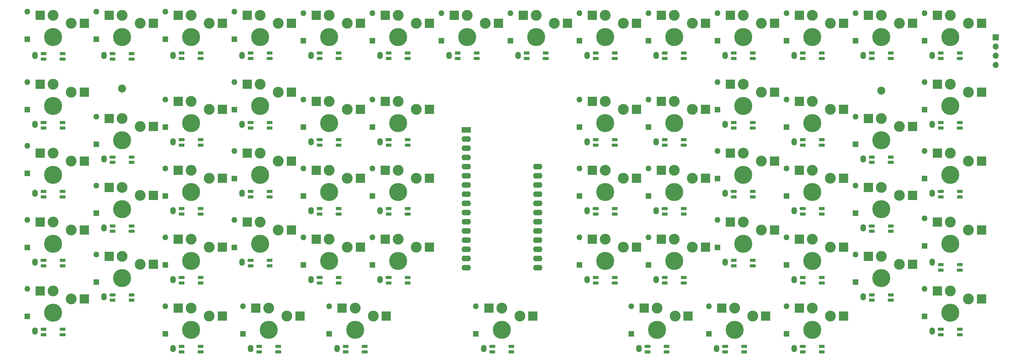
<source format=gbr>
%TF.GenerationSoftware,KiCad,Pcbnew,8.0.3*%
%TF.CreationDate,2024-11-08T10:21:23-08:00*%
%TF.ProjectId,return,72657475-726e-42e6-9b69-6361645f7063,rev?*%
%TF.SameCoordinates,Original*%
%TF.FileFunction,Soldermask,Bot*%
%TF.FilePolarity,Negative*%
%FSLAX46Y46*%
G04 Gerber Fmt 4.6, Leading zero omitted, Abs format (unit mm)*
G04 Created by KiCad (PCBNEW 8.0.3) date 2024-11-08 10:21:23*
%MOMM*%
%LPD*%
G01*
G04 APERTURE LIST*
G04 Aperture macros list*
%AMRoundRect*
0 Rectangle with rounded corners*
0 $1 Rounding radius*
0 $2 $3 $4 $5 $6 $7 $8 $9 X,Y pos of 4 corners*
0 Add a 4 corners polygon primitive as box body*
4,1,4,$2,$3,$4,$5,$6,$7,$8,$9,$2,$3,0*
0 Add four circle primitives for the rounded corners*
1,1,$1+$1,$2,$3*
1,1,$1+$1,$4,$5*
1,1,$1+$1,$6,$7*
1,1,$1+$1,$8,$9*
0 Add four rect primitives between the rounded corners*
20,1,$1+$1,$2,$3,$4,$5,0*
20,1,$1+$1,$4,$5,$6,$7,0*
20,1,$1+$1,$6,$7,$8,$9,0*
20,1,$1+$1,$8,$9,$2,$3,0*%
G04 Aperture macros list end*
%ADD10C,2.200000*%
%ADD11R,1.650000X0.820000*%
%ADD12RoundRect,0.205000X-0.620000X-0.205000X0.620000X-0.205000X0.620000X0.205000X-0.620000X0.205000X0*%
%ADD13RoundRect,0.205000X0.620000X0.205000X-0.620000X0.205000X-0.620000X-0.205000X0.620000X-0.205000X0*%
%ADD14R,1.700000X1.700000*%
%ADD15O,1.700000X1.700000*%
%ADD16RoundRect,0.250000X-1.050000X-0.550000X1.050000X-0.550000X1.050000X0.550000X-1.050000X0.550000X0*%
%ADD17O,2.600000X1.600000*%
%ADD18R,1.600000X1.600000*%
%ADD19O,1.600000X1.600000*%
%ADD20C,3.000000*%
%ADD21C,5.000000*%
%ADD22O,1.500000X2.000000*%
%ADD23RoundRect,0.200000X-1.100000X-1.100000X1.100000X-1.100000X1.100000X1.100000X-1.100000X1.100000X0*%
G04 APERTURE END LIST*
D10*
%TO.C,REF\u002A\u002A*%
X238130000Y-24408325D03*
%TD*%
%TO.C,REF\u002A\u002A*%
X28575600Y-23813000D03*
%TD*%
D11*
%TO.C,LED59*%
X240755000Y-61759125D03*
D12*
X235505000Y-61759125D03*
D11*
X235505000Y-63259125D03*
X240755000Y-63259125D03*
%TD*%
%TO.C,LED0*%
X254555400Y-15478450D03*
D13*
X259805400Y-15478450D03*
D11*
X259805400Y-13978450D03*
X254555400Y-13978450D03*
%TD*%
%TO.C,LED34*%
X107402200Y-76046925D03*
D12*
X102152200Y-76046925D03*
D11*
X102152200Y-77546925D03*
X107402200Y-77546925D03*
%TD*%
%TO.C,LED63*%
X235505000Y-44208725D03*
D13*
X240755000Y-44208725D03*
D11*
X240755000Y-42708725D03*
X235505000Y-42708725D03*
%TD*%
%TO.C,LED39*%
X45001000Y-96597325D03*
D13*
X50251000Y-96597325D03*
D11*
X50251000Y-95097325D03*
X45001000Y-95097325D03*
%TD*%
%TO.C,LED31*%
X50251000Y-76046925D03*
D12*
X45001000Y-76046925D03*
D11*
X45001000Y-77546925D03*
X50251000Y-77546925D03*
%TD*%
%TO.C,LED30*%
X31200600Y-80809525D03*
D12*
X25950600Y-80809525D03*
D11*
X25950600Y-82309525D03*
X31200600Y-82309525D03*
%TD*%
%TO.C,LED20*%
X107402200Y-37946125D03*
D12*
X102152200Y-37946125D03*
D11*
X102152200Y-39446125D03*
X107402200Y-39446125D03*
%TD*%
%TO.C,LED40*%
X6900200Y-91834725D03*
D13*
X12150200Y-91834725D03*
D11*
X12150200Y-90334725D03*
X6900200Y-90334725D03*
%TD*%
%TO.C,LED32*%
X69301400Y-71284325D03*
D12*
X64051400Y-71284325D03*
D11*
X64051400Y-72784325D03*
X69301400Y-72784325D03*
%TD*%
%TO.C,LED48*%
X216454600Y-77546925D03*
D13*
X221704600Y-77546925D03*
D11*
X221704600Y-76046925D03*
X216454600Y-76046925D03*
%TD*%
%TO.C,LED45*%
X259805400Y-90334725D03*
D12*
X254555400Y-90334725D03*
D11*
X254555400Y-91834725D03*
X259805400Y-91834725D03*
%TD*%
%TO.C,LED37*%
X90245700Y-96597325D03*
D13*
X95495700Y-96597325D03*
D11*
X95495700Y-95097325D03*
X90245700Y-95097325D03*
%TD*%
%TO.C,LED67*%
X197404200Y-34683525D03*
D13*
X202654200Y-34683525D03*
D11*
X202654200Y-33183525D03*
X197404200Y-33183525D03*
%TD*%
%TO.C,LED43*%
X200272900Y-95097325D03*
D12*
X195022900Y-95097325D03*
D11*
X195022900Y-96597325D03*
X200272900Y-96597325D03*
%TD*%
%TO.C,LED13*%
X25950600Y-15633125D03*
D13*
X31200600Y-15633125D03*
D11*
X31200600Y-14133125D03*
X25950600Y-14133125D03*
%TD*%
%TO.C,LED11*%
X64051400Y-15478450D03*
D13*
X69301400Y-15478450D03*
D11*
X69301400Y-13978450D03*
X64051400Y-13978450D03*
%TD*%
%TO.C,LED61*%
X254555400Y-34683525D03*
D13*
X259805400Y-34683525D03*
D11*
X259805400Y-33183525D03*
X254555400Y-33183525D03*
%TD*%
%TO.C,LED4*%
X197404200Y-15478450D03*
D13*
X202654200Y-15478450D03*
D11*
X202654200Y-13978450D03*
X197404200Y-13978450D03*
%TD*%
%TO.C,LED23*%
X102152200Y-58496525D03*
D13*
X107402200Y-58496525D03*
D11*
X107402200Y-56996525D03*
X102152200Y-56996525D03*
%TD*%
%TO.C,LED29*%
X12150200Y-71284325D03*
D12*
X6900200Y-71284325D03*
D11*
X6900200Y-72784325D03*
X12150200Y-72784325D03*
%TD*%
%TO.C,LED17*%
X50251000Y-37946125D03*
D12*
X45001000Y-37946125D03*
D11*
X45001000Y-39446125D03*
X50251000Y-39446125D03*
%TD*%
%TO.C,LED53*%
X159303400Y-77546925D03*
D13*
X164553400Y-77546925D03*
D11*
X164553400Y-76046925D03*
X159303400Y-76046925D03*
%TD*%
%TO.C,LED51*%
X197404200Y-72784325D03*
D13*
X202654200Y-72784325D03*
D11*
X202654200Y-71284325D03*
X197404200Y-71284325D03*
%TD*%
%TO.C,LED7*%
X140253000Y-15478450D03*
D13*
X145503000Y-15478450D03*
D11*
X145503000Y-13978450D03*
X140253000Y-13978450D03*
%TD*%
%TO.C,LED19*%
X88351800Y-37946125D03*
D12*
X83101800Y-37946125D03*
D11*
X83101800Y-39446125D03*
X88351800Y-39446125D03*
%TD*%
%TO.C,LED26*%
X45001000Y-58496525D03*
D13*
X50251000Y-58496525D03*
D11*
X50251000Y-56996525D03*
X45001000Y-56996525D03*
%TD*%
D14*
%TO.C,J1*%
X269682225Y-9644425D03*
D15*
X269682225Y-12184425D03*
X269682225Y-14724425D03*
X269682225Y-17264425D03*
%TD*%
D11*
%TO.C,LED57*%
X221704600Y-56996525D03*
D12*
X216454600Y-56996525D03*
D11*
X216454600Y-58496525D03*
X221704600Y-58496525D03*
%TD*%
%TO.C,LED47*%
X235505000Y-82309525D03*
D13*
X240755000Y-82309525D03*
D11*
X240755000Y-80809525D03*
X235505000Y-80809525D03*
%TD*%
%TO.C,LED54*%
X164553400Y-56996525D03*
D12*
X159303400Y-56996525D03*
D11*
X159303400Y-58496525D03*
X164553400Y-58496525D03*
%TD*%
%TO.C,LED3*%
X216454600Y-15478450D03*
D13*
X221704600Y-15478450D03*
D11*
X221704600Y-13978450D03*
X216454600Y-13978450D03*
%TD*%
%TO.C,LED10*%
X83101800Y-15478450D03*
D13*
X88351800Y-15478450D03*
D11*
X88351800Y-13978450D03*
X83101800Y-13978450D03*
%TD*%
D16*
%TO.C,A1*%
X123532275Y-35243400D03*
D17*
X123532275Y-37783400D03*
X123532275Y-40323400D03*
X123532275Y-42863400D03*
X123532275Y-45403400D03*
X123532275Y-47943400D03*
X123532275Y-50483400D03*
X123532275Y-53023400D03*
X123532275Y-55563400D03*
X123532275Y-58103400D03*
X123532275Y-60643400D03*
X123532275Y-63183400D03*
X123532275Y-65723400D03*
X123532275Y-68263400D03*
X123532275Y-70803400D03*
X123532275Y-73343400D03*
X143252275Y-73343400D03*
X143252275Y-70803400D03*
X143252275Y-68263400D03*
X143252275Y-65723400D03*
X143252275Y-63183400D03*
X143252275Y-60643400D03*
X143252275Y-58103400D03*
X143252275Y-55563400D03*
X143252275Y-53023400D03*
X143252275Y-50483400D03*
X143252275Y-47943400D03*
X143252275Y-45403400D03*
%TD*%
D11*
%TO.C,LED66*%
X216454600Y-39446125D03*
D13*
X221704600Y-39446125D03*
D11*
X221704600Y-37946125D03*
X216454600Y-37946125D03*
%TD*%
%TO.C,LED70*%
X159303400Y-39446125D03*
D13*
X164553400Y-39446125D03*
D11*
X164553400Y-37946125D03*
X159303400Y-37946125D03*
%TD*%
%TO.C,LED46*%
X254555400Y-73974975D03*
D13*
X259805400Y-73974975D03*
D11*
X259805400Y-72474975D03*
X254555400Y-72474975D03*
%TD*%
%TO.C,LED9*%
X102152200Y-15478450D03*
D13*
X107402200Y-15478450D03*
D11*
X107402200Y-13978450D03*
X102152200Y-13978450D03*
%TD*%
%TO.C,LED2*%
X235505000Y-15478450D03*
D13*
X240755000Y-15478450D03*
D11*
X240755000Y-13978450D03*
X235505000Y-13978450D03*
%TD*%
%TO.C,LED27*%
X25950600Y-63259125D03*
D13*
X31200600Y-63259125D03*
D11*
X31200600Y-61759125D03*
X25950600Y-61759125D03*
%TD*%
%TO.C,LED42*%
X178841200Y-95097325D03*
D12*
X173591200Y-95097325D03*
D11*
X173591200Y-96597325D03*
X178841200Y-96597325D03*
%TD*%
%TO.C,LED5*%
X178353800Y-15478450D03*
D13*
X183603800Y-15478450D03*
D11*
X183603800Y-13978450D03*
X178353800Y-13978450D03*
%TD*%
%TO.C,LED41*%
X135977800Y-95097325D03*
D12*
X130727800Y-95097325D03*
D11*
X130727800Y-96597325D03*
X135977800Y-96597325D03*
%TD*%
%TO.C,LED16*%
X31200600Y-42708725D03*
D12*
X25950600Y-42708725D03*
D11*
X25950600Y-44208725D03*
X31200600Y-44208725D03*
%TD*%
%TO.C,LED55*%
X183603800Y-56996525D03*
D12*
X178353800Y-56996525D03*
D11*
X178353800Y-58496525D03*
X183603800Y-58496525D03*
%TD*%
%TO.C,LED15*%
X12150200Y-33183525D03*
D12*
X6900200Y-33183525D03*
D11*
X6900200Y-34683525D03*
X12150200Y-34683525D03*
%TD*%
%TO.C,LED60*%
X259805400Y-52233925D03*
D12*
X254555400Y-52233925D03*
D11*
X254555400Y-53733925D03*
X259805400Y-53733925D03*
%TD*%
%TO.C,LED12*%
X45001000Y-15478450D03*
D13*
X50251000Y-15478450D03*
D11*
X50251000Y-13978450D03*
X45001000Y-13978450D03*
%TD*%
%TO.C,LED28*%
X6900200Y-53733925D03*
D13*
X12150200Y-53733925D03*
D11*
X12150200Y-52233925D03*
X6900200Y-52233925D03*
%TD*%
%TO.C,LED38*%
X66432700Y-96597325D03*
D13*
X71682700Y-96597325D03*
D11*
X71682700Y-95097325D03*
X66432700Y-95097325D03*
%TD*%
%TO.C,LED24*%
X83101800Y-58496525D03*
D13*
X88351800Y-58496525D03*
D11*
X88351800Y-56996525D03*
X83101800Y-56996525D03*
%TD*%
%TO.C,LED44*%
X221704600Y-95097325D03*
D12*
X216454600Y-95097325D03*
D11*
X216454600Y-96597325D03*
X221704600Y-96597325D03*
%TD*%
%TO.C,LED52*%
X178353800Y-77546925D03*
D13*
X183603800Y-77546925D03*
D11*
X183603800Y-76046925D03*
X178353800Y-76046925D03*
%TD*%
%TO.C,LED14*%
X6900200Y-15633125D03*
D13*
X12150200Y-15633125D03*
D11*
X12150200Y-14133125D03*
X6900200Y-14133125D03*
%TD*%
%TO.C,LED56*%
X202654200Y-52233925D03*
D12*
X197404200Y-52233925D03*
D11*
X197404200Y-53733925D03*
X202654200Y-53733925D03*
%TD*%
%TO.C,LED6*%
X159303400Y-15478450D03*
D13*
X164553400Y-15478450D03*
D11*
X164553400Y-13978450D03*
X159303400Y-13978450D03*
%TD*%
%TO.C,LED25*%
X64051400Y-53733925D03*
D13*
X69301400Y-53733925D03*
D11*
X69301400Y-52233925D03*
X64051400Y-52233925D03*
%TD*%
%TO.C,LED68*%
X178353800Y-39446125D03*
D13*
X183603800Y-39446125D03*
D11*
X183603800Y-37946125D03*
X178353800Y-37946125D03*
%TD*%
%TO.C,LED33*%
X88351800Y-76046925D03*
D12*
X83101800Y-76046925D03*
D11*
X83101800Y-77546925D03*
X88351800Y-77546925D03*
%TD*%
%TO.C,LED8*%
X121202600Y-15478450D03*
D13*
X126452600Y-15478450D03*
D11*
X126452600Y-13978450D03*
X121202600Y-13978450D03*
%TD*%
%TO.C,LED18*%
X69301400Y-33183525D03*
D12*
X64051400Y-33183525D03*
D11*
X64051400Y-34683525D03*
X69301400Y-34683525D03*
%TD*%
D18*
%TO.C,D13*%
X192881250Y-10597525D03*
D19*
X192881250Y-2977525D03*
%TD*%
D18*
%TO.C,D2*%
X21431250Y-10121275D03*
D19*
X21431250Y-2501275D03*
%TD*%
D20*
%TO.C,SW7*%
X90725000Y-5725000D03*
D21*
X85725000Y-9525000D03*
D20*
X85725000Y-3525000D03*
D22*
X80725000Y-14675000D03*
D23*
X94300000Y-5725000D03*
X82150000Y-3525000D03*
%TD*%
D20*
%TO.C,SW28*%
X52625000Y-29537500D03*
D21*
X47625000Y-33337500D03*
D20*
X47625000Y-27337500D03*
D22*
X42625000Y-38487500D03*
D23*
X56200000Y-29537500D03*
X44050000Y-27337500D03*
%TD*%
D20*
%TO.C,SW14*%
X224075000Y-5725000D03*
D21*
X219075000Y-9525000D03*
D20*
X219075000Y-3525000D03*
D22*
X214075000Y-14675000D03*
D23*
X227650000Y-5725000D03*
X215500000Y-3525000D03*
%TD*%
D20*
%TO.C,SW58*%
X138350000Y-86687500D03*
D21*
X133350000Y-90487500D03*
D20*
X133350000Y-84487500D03*
D22*
X128350000Y-95637500D03*
D23*
X141925000Y-86687500D03*
X129775000Y-84487500D03*
%TD*%
D20*
%TO.C,SW55*%
X52625000Y-86687500D03*
D21*
X47625000Y-90487500D03*
D20*
X47625000Y-84487500D03*
D22*
X42625000Y-95637500D03*
D23*
X56200000Y-86687500D03*
X44050000Y-84487500D03*
%TD*%
D20*
%TO.C,SW8*%
X109775000Y-5725000D03*
D21*
X104775000Y-9525000D03*
D20*
X104775000Y-3525000D03*
D22*
X99775000Y-14675000D03*
D23*
X113350000Y-5725000D03*
X101200000Y-3525000D03*
%TD*%
D18*
%TO.C,D17*%
X2381250Y-29647525D03*
D19*
X2381250Y-22027525D03*
%TD*%
D20*
%TO.C,SW51*%
X224075000Y-67637500D03*
D21*
X219075000Y-71437500D03*
D20*
X219075000Y-65437500D03*
D22*
X214075000Y-76587500D03*
D23*
X227650000Y-67637500D03*
X215500000Y-65437500D03*
%TD*%
D20*
%TO.C,SW61*%
X224075000Y-86687500D03*
D21*
X219075000Y-90487500D03*
D20*
X219075000Y-84487500D03*
D22*
X214075000Y-95637500D03*
D23*
X227650000Y-86687500D03*
X215500000Y-84487500D03*
%TD*%
D20*
%TO.C,SW27*%
X33575000Y-72400000D03*
D21*
X28575000Y-76200000D03*
D20*
X28575000Y-70200000D03*
D22*
X23575000Y-81350000D03*
D23*
X37150000Y-72400000D03*
X25000000Y-70200000D03*
%TD*%
D18*
%TO.C,D42*%
X154781250Y-72510025D03*
D19*
X154781250Y-64890025D03*
%TD*%
D18*
%TO.C,D53*%
X230981250Y-58222525D03*
D19*
X230981250Y-50602525D03*
%TD*%
D18*
%TO.C,D23*%
X250031250Y-67271275D03*
D19*
X250031250Y-59651275D03*
%TD*%
D18*
%TO.C,D44*%
X173831250Y-53460025D03*
D19*
X173831250Y-45840025D03*
%TD*%
D18*
%TO.C,D26*%
X21431250Y-58222525D03*
D19*
X21431250Y-50602525D03*
%TD*%
D18*
%TO.C,D45*%
X173831250Y-72510025D03*
D19*
X173831250Y-64890025D03*
%TD*%
D18*
%TO.C,D34*%
X78581250Y-34410025D03*
D19*
X78581250Y-26790025D03*
%TD*%
D18*
%TO.C,D24*%
X250031250Y-86797525D03*
D19*
X250031250Y-79177525D03*
%TD*%
D20*
%TO.C,SW19*%
X14525000Y-62875000D03*
D21*
X9525000Y-66675000D03*
D20*
X9525000Y-60675000D03*
D22*
X4525000Y-71825000D03*
D23*
X18100000Y-62875000D03*
X5950000Y-60675000D03*
%TD*%
D20*
%TO.C,SW24*%
X262175000Y-81925000D03*
D21*
X257175000Y-85725000D03*
D20*
X257175000Y-79725000D03*
D22*
X252175000Y-90875000D03*
D23*
X265750000Y-81925000D03*
X253600000Y-79725000D03*
%TD*%
D20*
%TO.C,SW60*%
X202647700Y-86689200D03*
D21*
X197647700Y-90489200D03*
D20*
X197647700Y-84489200D03*
D22*
X192647700Y-95639200D03*
D23*
X206222700Y-86689200D03*
X194072700Y-84489200D03*
%TD*%
D20*
%TO.C,SW3*%
X14525000Y-5725000D03*
D21*
X9525000Y-9525000D03*
D20*
X9525000Y-3525000D03*
D22*
X4525000Y-14675000D03*
D23*
X18100000Y-5725000D03*
X5950000Y-3525000D03*
%TD*%
D18*
%TO.C,D28*%
X40481250Y-34410025D03*
D19*
X40481250Y-26790025D03*
%TD*%
D18*
%TO.C,D39*%
X97631250Y-72510025D03*
D19*
X97631250Y-64890025D03*
%TD*%
D20*
%TO.C,SW22*%
X262175000Y-43825000D03*
D21*
X257175000Y-47625000D03*
D20*
X257175000Y-41625000D03*
D22*
X252175000Y-52775000D03*
D23*
X265750000Y-43825000D03*
X253600000Y-41625000D03*
%TD*%
D18*
%TO.C,D41*%
X154781250Y-53460025D03*
D19*
X154781250Y-45840025D03*
%TD*%
D20*
%TO.C,SW41*%
X166925000Y-48587500D03*
D21*
X161925000Y-52387500D03*
D20*
X161925000Y-46387500D03*
D22*
X156925000Y-57537500D03*
D23*
X170500000Y-48587500D03*
X158350000Y-46387500D03*
%TD*%
D20*
%TO.C,SW59*%
X181216200Y-86687500D03*
D21*
X176216200Y-90487500D03*
D20*
X176216200Y-84487500D03*
D22*
X171216200Y-95637500D03*
D23*
X184791200Y-86687500D03*
X172641200Y-84487500D03*
%TD*%
D20*
%TO.C,SW52*%
X243125000Y-34300000D03*
D21*
X238125000Y-38100000D03*
D20*
X238125000Y-32100000D03*
D22*
X233125000Y-43250000D03*
D23*
X246700000Y-34300000D03*
X234550000Y-32100000D03*
%TD*%
D18*
%TO.C,D56*%
X61912500Y-91560025D03*
D19*
X61912500Y-83940025D03*
%TD*%
D18*
%TO.C,D7*%
X78581250Y-10597525D03*
D19*
X78581250Y-2977525D03*
%TD*%
D20*
%TO.C,SW50*%
X224075000Y-48587500D03*
D21*
X219075000Y-52387500D03*
D20*
X219075000Y-46387500D03*
D22*
X214075000Y-57537500D03*
D23*
X227650000Y-48587500D03*
X215500000Y-46387500D03*
%TD*%
D18*
%TO.C,D6*%
X59531250Y-10121275D03*
D19*
X59531250Y-2501275D03*
%TD*%
D18*
%TO.C,D37*%
X97631250Y-34410025D03*
D19*
X97631250Y-26790025D03*
%TD*%
D18*
%TO.C,D14*%
X211931250Y-10597525D03*
D19*
X211931250Y-2977525D03*
%TD*%
D18*
%TO.C,D38*%
X97631250Y-53460025D03*
D19*
X97631250Y-45840025D03*
%TD*%
D18*
%TO.C,D25*%
X21431250Y-39172525D03*
D19*
X21431250Y-31552525D03*
%TD*%
D18*
%TO.C,D59*%
X169072450Y-91560025D03*
D19*
X169072450Y-83940025D03*
%TD*%
D18*
%TO.C,D57*%
X85725000Y-91560025D03*
D19*
X85725000Y-83940025D03*
%TD*%
D20*
%TO.C,SW15*%
X243125000Y-5725000D03*
D21*
X238125000Y-9525000D03*
D20*
X238125000Y-3525000D03*
D22*
X233125000Y-14675000D03*
D23*
X246700000Y-5725000D03*
X234550000Y-3525000D03*
%TD*%
D18*
%TO.C,D5*%
X40481250Y-10121275D03*
D19*
X40481250Y-2501275D03*
%TD*%
D18*
%TO.C,D49*%
X211931250Y-34410025D03*
D19*
X211931250Y-26790025D03*
%TD*%
D18*
%TO.C,D54*%
X230981250Y-77272525D03*
D19*
X230981250Y-69652525D03*
%TD*%
D18*
%TO.C,D61*%
X211931250Y-91560025D03*
D19*
X211931250Y-83940025D03*
%TD*%
D20*
%TO.C,SW4*%
X33575000Y-5725000D03*
D21*
X28575000Y-9525000D03*
D20*
X28575000Y-3525000D03*
D22*
X23575000Y-14675000D03*
D23*
X37150000Y-5725000D03*
X25000000Y-3525000D03*
%TD*%
D20*
%TO.C,SW49*%
X224075000Y-29537500D03*
D21*
X219075000Y-33337500D03*
D20*
X219075000Y-27337500D03*
D22*
X214075000Y-38487500D03*
D23*
X227650000Y-29537500D03*
X215500000Y-27337500D03*
%TD*%
D20*
%TO.C,SW43*%
X185975000Y-29537500D03*
D21*
X180975000Y-33337500D03*
D20*
X180975000Y-27337500D03*
D22*
X175975000Y-38487500D03*
D23*
X189550000Y-29537500D03*
X177400000Y-27337500D03*
%TD*%
D18*
%TO.C,D40*%
X154781250Y-34410025D03*
D19*
X154781250Y-26790025D03*
%TD*%
D18*
%TO.C,D20*%
X2381250Y-86797525D03*
D19*
X2381250Y-79177525D03*
%TD*%
D20*
%TO.C,SW17*%
X14525000Y-24775000D03*
D21*
X9525000Y-28575000D03*
D20*
X9525000Y-22575000D03*
D22*
X4525000Y-33725000D03*
D23*
X18100000Y-24775000D03*
X5950000Y-22575000D03*
%TD*%
D18*
%TO.C,D11*%
X154781250Y-10597525D03*
D19*
X154781250Y-2977525D03*
%TD*%
D18*
%TO.C,D1*%
X2380900Y-10121275D03*
D19*
X2380900Y-2501275D03*
%TD*%
D20*
%TO.C,SW25*%
X33575000Y-34300000D03*
D21*
X28575000Y-38100000D03*
D20*
X28575000Y-32100000D03*
D22*
X23575000Y-43250000D03*
D23*
X37150000Y-34300000D03*
X25000000Y-32100000D03*
%TD*%
D18*
%TO.C,D19*%
X2381250Y-67747525D03*
D19*
X2381250Y-60127525D03*
%TD*%
D20*
%TO.C,SW37*%
X109775000Y-29537500D03*
D21*
X104775000Y-33337500D03*
D20*
X104775000Y-27337500D03*
D22*
X99775000Y-38487500D03*
D23*
X113350000Y-29537500D03*
X101200000Y-27337500D03*
%TD*%
D18*
%TO.C,D50*%
X211931250Y-53460025D03*
D19*
X211931250Y-45840025D03*
%TD*%
D18*
%TO.C,D9*%
X116681250Y-10597525D03*
D19*
X116681250Y-2977525D03*
%TD*%
D20*
%TO.C,SW10*%
X147875000Y-5725000D03*
D21*
X142875000Y-9525000D03*
D20*
X142875000Y-3525000D03*
D22*
X137875000Y-14675000D03*
D23*
X151450000Y-5725000D03*
X139300000Y-3525000D03*
%TD*%
D18*
%TO.C,D8*%
X97631250Y-10597525D03*
D19*
X97631250Y-2977525D03*
%TD*%
D20*
%TO.C,SW46*%
X205025000Y-24775000D03*
D21*
X200025000Y-28575000D03*
D20*
X200025000Y-22575000D03*
D22*
X195025000Y-33725000D03*
D23*
X208600000Y-24775000D03*
X196450000Y-22575000D03*
%TD*%
D18*
%TO.C,D27*%
X21431250Y-77272525D03*
D19*
X21431250Y-69652525D03*
%TD*%
D18*
%TO.C,D33*%
X59531250Y-67747525D03*
D19*
X59531250Y-60127525D03*
%TD*%
D18*
%TO.C,D30*%
X40481250Y-72510025D03*
D19*
X40481250Y-64890025D03*
%TD*%
D20*
%TO.C,SW57*%
X97868750Y-86687500D03*
D21*
X92868750Y-90487500D03*
D20*
X92868750Y-84487500D03*
D22*
X87868750Y-95637500D03*
D23*
X101443750Y-86687500D03*
X89293750Y-84487500D03*
%TD*%
D20*
%TO.C,SW53*%
X243125000Y-53350000D03*
D21*
X238125000Y-57150000D03*
D20*
X238125000Y-51150000D03*
D22*
X233125000Y-62300000D03*
D23*
X246700000Y-53350000D03*
X234550000Y-51150000D03*
%TD*%
D20*
%TO.C,SW23*%
X262175000Y-62875000D03*
D21*
X257175000Y-66675000D03*
D20*
X257175000Y-60675000D03*
D22*
X252175000Y-71825000D03*
D23*
X265750000Y-62875000D03*
X253600000Y-60675000D03*
%TD*%
D20*
%TO.C,SW44*%
X185975000Y-48587500D03*
D21*
X180975000Y-52387500D03*
D20*
X180975000Y-46387500D03*
D22*
X175975000Y-57537500D03*
D23*
X189550000Y-48587500D03*
X177400000Y-46387500D03*
%TD*%
D20*
%TO.C,SW29*%
X52625000Y-48587500D03*
D21*
X47625000Y-52387500D03*
D20*
X47625000Y-46387500D03*
D22*
X42625000Y-57537500D03*
D23*
X56200000Y-48587500D03*
X44050000Y-46387500D03*
%TD*%
D18*
%TO.C,D15*%
X230981250Y-10597525D03*
D19*
X230981250Y-2977525D03*
%TD*%
D18*
%TO.C,D52*%
X230981250Y-39172525D03*
D19*
X230981250Y-31552525D03*
%TD*%
D18*
%TO.C,D16*%
X250031250Y-10597525D03*
D19*
X250031250Y-2977525D03*
%TD*%
D18*
%TO.C,D31*%
X59531250Y-29647525D03*
D19*
X59531250Y-22027525D03*
%TD*%
D18*
%TO.C,D43*%
X173831250Y-34410025D03*
D19*
X173831250Y-26790025D03*
%TD*%
D20*
%TO.C,SW45*%
X185975000Y-67637500D03*
D21*
X180975000Y-71437500D03*
D20*
X180975000Y-65437500D03*
D22*
X175975000Y-76587500D03*
D23*
X189550000Y-67637500D03*
X177400000Y-65437500D03*
%TD*%
D18*
%TO.C,D36*%
X78581250Y-72510025D03*
D19*
X78581250Y-64890025D03*
%TD*%
D20*
%TO.C,SW35*%
X90725000Y-48587500D03*
D21*
X85725000Y-52387500D03*
D20*
X85725000Y-46387500D03*
D22*
X80725000Y-57537500D03*
D23*
X94300000Y-48587500D03*
X82150000Y-46387500D03*
%TD*%
D20*
%TO.C,SW48*%
X205025000Y-62875000D03*
D21*
X200025000Y-66675000D03*
D20*
X200025000Y-60675000D03*
D22*
X195025000Y-71825000D03*
D23*
X208600000Y-62875000D03*
X196450000Y-60675000D03*
%TD*%
D20*
%TO.C,SW13*%
X205025000Y-5725000D03*
D21*
X200025000Y-9525000D03*
D20*
X200025000Y-3525000D03*
D22*
X195025000Y-14675000D03*
D23*
X208600000Y-5725000D03*
X196450000Y-3525000D03*
%TD*%
D20*
%TO.C,SW11*%
X166925000Y-5725000D03*
D21*
X161925000Y-9525000D03*
D20*
X161925000Y-3525000D03*
D22*
X156925000Y-14675000D03*
D23*
X170500000Y-5725000D03*
X158350000Y-3525000D03*
%TD*%
D18*
%TO.C,D32*%
X59531250Y-48697525D03*
D19*
X59531250Y-41077525D03*
%TD*%
D20*
%TO.C,SW36*%
X90725000Y-67637500D03*
D21*
X85725000Y-71437500D03*
D20*
X85725000Y-65437500D03*
D22*
X80725000Y-76587500D03*
D23*
X94300000Y-67637500D03*
X82150000Y-65437500D03*
%TD*%
D20*
%TO.C,SW38*%
X109775000Y-48587500D03*
D21*
X104775000Y-52387500D03*
D20*
X104775000Y-46387500D03*
D22*
X99775000Y-57537500D03*
D23*
X113350000Y-48587500D03*
X101200000Y-46387500D03*
%TD*%
D20*
%TO.C,SW21*%
X262175000Y-24775000D03*
D21*
X257175000Y-28575000D03*
D20*
X257175000Y-22575000D03*
D22*
X252175000Y-33725000D03*
D23*
X265750000Y-24775000D03*
X253600000Y-22575000D03*
%TD*%
D20*
%TO.C,SW33*%
X71675000Y-62875000D03*
D21*
X66675000Y-66675000D03*
D20*
X66675000Y-60675000D03*
D22*
X61675000Y-71825000D03*
D23*
X75250000Y-62875000D03*
X63100000Y-60675000D03*
%TD*%
D20*
%TO.C,SW31*%
X71675000Y-24775000D03*
D21*
X66675000Y-28575000D03*
D20*
X66675000Y-22575000D03*
D22*
X61675000Y-33725000D03*
D23*
X75250000Y-24775000D03*
X63100000Y-22575000D03*
%TD*%
D20*
%TO.C,SW34*%
X90725000Y-29537500D03*
D21*
X85725000Y-33337500D03*
D20*
X85725000Y-27337500D03*
D22*
X80725000Y-38487500D03*
D23*
X94300000Y-29537500D03*
X82150000Y-27337500D03*
%TD*%
D20*
%TO.C,SW47*%
X205025000Y-43825000D03*
D21*
X200025000Y-47625000D03*
D20*
X200025000Y-41625000D03*
D22*
X195025000Y-52775000D03*
D23*
X208600000Y-43825000D03*
X196450000Y-41625000D03*
%TD*%
D20*
%TO.C,SW56*%
X74056250Y-86687500D03*
D21*
X69056250Y-90487500D03*
D20*
X69056250Y-84487500D03*
D22*
X64056250Y-95637500D03*
D23*
X77631250Y-86687500D03*
X65481250Y-84487500D03*
%TD*%
D18*
%TO.C,D35*%
X78581250Y-53460025D03*
D19*
X78581250Y-45840025D03*
%TD*%
D18*
%TO.C,D18*%
X2381250Y-47268775D03*
D19*
X2381250Y-39648775D03*
%TD*%
D20*
%TO.C,SW26*%
X33575000Y-53350000D03*
D21*
X28575000Y-57150000D03*
D20*
X28575000Y-51150000D03*
D22*
X23575000Y-62300000D03*
D23*
X37150000Y-53350000D03*
X25000000Y-51150000D03*
%TD*%
D20*
%TO.C,SW54*%
X243125000Y-72400000D03*
D21*
X238125000Y-76200000D03*
D20*
X238125000Y-70200000D03*
D22*
X233125000Y-81350000D03*
D23*
X246700000Y-72400000D03*
X234550000Y-70200000D03*
%TD*%
D18*
%TO.C,D47*%
X192881250Y-48697525D03*
D19*
X192881250Y-41077525D03*
%TD*%
D18*
%TO.C,D21*%
X250031250Y-29647525D03*
D19*
X250031250Y-22027525D03*
%TD*%
D18*
%TO.C,D10*%
X135731250Y-10597525D03*
D19*
X135731250Y-2977525D03*
%TD*%
D20*
%TO.C,SW9*%
X128825000Y-5725000D03*
D21*
X123825000Y-9525000D03*
D20*
X123825000Y-3525000D03*
D22*
X118825000Y-14675000D03*
D23*
X132400000Y-5725000D03*
X120250000Y-3525000D03*
%TD*%
D20*
%TO.C,SW16*%
X262175000Y-5725000D03*
D21*
X257175000Y-9525000D03*
D20*
X257175000Y-3525000D03*
D22*
X252175000Y-14675000D03*
D23*
X265750000Y-5725000D03*
X253600000Y-3525000D03*
%TD*%
D18*
%TO.C,D12*%
X173831250Y-10597525D03*
D19*
X173831250Y-2977525D03*
%TD*%
D18*
%TO.C,D29*%
X40481250Y-53460025D03*
D19*
X40481250Y-45840025D03*
%TD*%
D20*
%TO.C,SW5*%
X52625000Y-5725000D03*
D21*
X47625000Y-9525000D03*
D20*
X47625000Y-3525000D03*
D22*
X42625000Y-14675000D03*
D23*
X56200000Y-5725000D03*
X44050000Y-3525000D03*
%TD*%
D20*
%TO.C,SW42*%
X166925000Y-67637500D03*
D21*
X161925000Y-71437500D03*
D20*
X161925000Y-65437500D03*
D22*
X156925000Y-76587500D03*
D23*
X170500000Y-67637500D03*
X158350000Y-65437500D03*
%TD*%
D20*
%TO.C,SW32*%
X71675000Y-43825000D03*
D21*
X66675000Y-47625000D03*
D20*
X66675000Y-41625000D03*
D22*
X61675000Y-52775000D03*
D23*
X75250000Y-43825000D03*
X63100000Y-41625000D03*
%TD*%
D18*
%TO.C,D48*%
X192881250Y-67747525D03*
D19*
X192881250Y-60127525D03*
%TD*%
D20*
%TO.C,SW6*%
X71675000Y-5725000D03*
D21*
X66675000Y-9525000D03*
D20*
X66675000Y-3525000D03*
D22*
X61675000Y-14675000D03*
D23*
X75250000Y-5725000D03*
X63100000Y-3525000D03*
%TD*%
D20*
%TO.C,SW12*%
X185975000Y-5725000D03*
D21*
X180975000Y-9525000D03*
D20*
X180975000Y-3525000D03*
D22*
X175975000Y-14675000D03*
D23*
X189550000Y-5725000D03*
X177400000Y-3525000D03*
%TD*%
D18*
%TO.C,D55*%
X40481250Y-91560025D03*
D19*
X40481250Y-83940025D03*
%TD*%
D18*
%TO.C,D60*%
X190503950Y-91561725D03*
D19*
X190503950Y-83941725D03*
%TD*%
D20*
%TO.C,SW40*%
X166925000Y-29537500D03*
D21*
X161925000Y-33337500D03*
D20*
X161925000Y-27337500D03*
D22*
X156925000Y-38487500D03*
D23*
X170500000Y-29537500D03*
X158350000Y-27337500D03*
%TD*%
D18*
%TO.C,D46*%
X192881250Y-29647525D03*
D19*
X192881250Y-22027525D03*
%TD*%
D18*
%TO.C,D51*%
X211931250Y-72510025D03*
D19*
X211931250Y-64890025D03*
%TD*%
D20*
%TO.C,SW18*%
X14525000Y-43825000D03*
D21*
X9525000Y-47625000D03*
D20*
X9525000Y-41625000D03*
D22*
X4525000Y-52775000D03*
D23*
X18100000Y-43825000D03*
X5950000Y-41625000D03*
%TD*%
D18*
%TO.C,D58*%
X126206250Y-91560025D03*
D19*
X126206250Y-83940025D03*
%TD*%
D20*
%TO.C,SW39*%
X109775000Y-67637500D03*
D21*
X104775000Y-71437500D03*
D20*
X104775000Y-65437500D03*
D22*
X99775000Y-76587500D03*
D23*
X113350000Y-67637500D03*
X101200000Y-65437500D03*
%TD*%
D20*
%TO.C,SW20*%
X14525000Y-81925000D03*
D21*
X9525000Y-85725000D03*
D20*
X9525000Y-79725000D03*
D22*
X4525000Y-90875000D03*
D23*
X18100000Y-81925000D03*
X5950000Y-79725000D03*
%TD*%
D18*
%TO.C,D22*%
X250031250Y-48697525D03*
D19*
X250031250Y-41077525D03*
%TD*%
D20*
%TO.C,SW30*%
X52625000Y-67637500D03*
D21*
X47625000Y-71437500D03*
D20*
X47625000Y-65437500D03*
D22*
X42625000Y-76587500D03*
D23*
X56200000Y-67637500D03*
X44050000Y-65437500D03*
%TD*%
M02*

</source>
